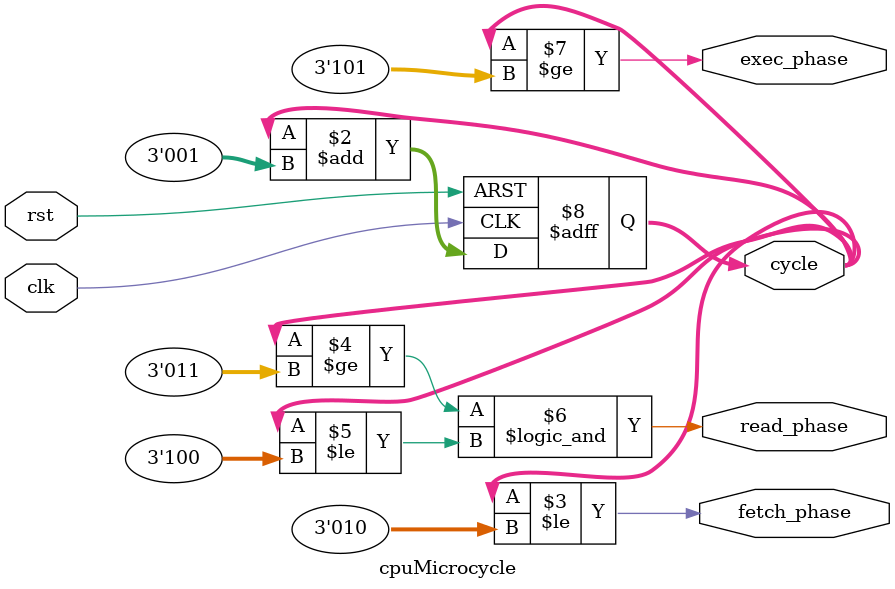
<source format=v>
module cpuMicrocycle (
    input  wire clk,
    input  wire rst,
    output reg [2:0] cycle,       // 0〜7を繰り返すカウンタ
    output wire fetch_phase,      // T0〜T2
    output wire read_phase,       // T3〜T4
    output wire exec_phase        // T5〜T7
);

    // 8サイクル管理カウンタ
    always @(posedge clk or posedge rst) begin
        if (rst) begin
            cycle <= 3'd0;
        end else begin
            cycle <= cycle + 3'd1;   // 0〜7を繰り返す
        end
    end

    // フェーズ判定信号
    assign fetch_phase = (cycle <= 3'd2);                // T0-T2
    assign read_phase  = (cycle >= 3'd3 && cycle <= 3'd4); // T3-T4
    assign exec_phase  = (cycle >= 3'd5);                // T5-T7

endmodule   // cpuMicrocycle

</source>
